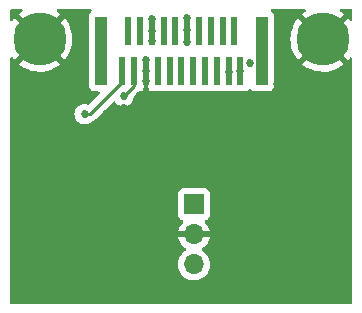
<source format=gbr>
%TF.GenerationSoftware,KiCad,Pcbnew,(6.0.0-0)*%
%TF.CreationDate,2022-03-26T01:05:03-04:00*%
%TF.ProjectId,human_activity,68756d61-6e5f-4616-9374-69766974792e,rev?*%
%TF.SameCoordinates,Original*%
%TF.FileFunction,Copper,L4,Bot*%
%TF.FilePolarity,Positive*%
%FSLAX46Y46*%
G04 Gerber Fmt 4.6, Leading zero omitted, Abs format (unit mm)*
G04 Created by KiCad (PCBNEW (6.0.0-0)) date 2022-03-26 01:05:03*
%MOMM*%
%LPD*%
G01*
G04 APERTURE LIST*
%TA.AperFunction,ComponentPad*%
%ADD10C,4.500000*%
%TD*%
%TA.AperFunction,ComponentPad*%
%ADD11R,1.700000X1.700000*%
%TD*%
%TA.AperFunction,ComponentPad*%
%ADD12O,1.700000X1.700000*%
%TD*%
%TA.AperFunction,SMDPad,CuDef*%
%ADD13R,1.000000X5.850000*%
%TD*%
%TA.AperFunction,SMDPad,CuDef*%
%ADD14R,0.610000X2.410000*%
%TD*%
%TA.AperFunction,ViaPad*%
%ADD15C,0.685800*%
%TD*%
%TA.AperFunction,Conductor*%
%ADD16C,0.254000*%
%TD*%
G04 APERTURE END LIST*
D10*
%TO.P,H1,1,1*%
%TO.N,GND*%
X95000000Y-64000000D03*
%TD*%
%TO.P,H2,1,1*%
%TO.N,GND*%
X119000000Y-64000000D03*
%TD*%
D11*
%TO.P,J1,1,Pin_1*%
%TO.N,Net-(C1-Pad1)*%
X108077000Y-77993000D03*
D12*
%TO.P,J1,2,Pin_2*%
%TO.N,GND*%
X108077000Y-80533000D03*
%TO.P,J1,3,Pin_3*%
%TO.N,/A0*%
X108077000Y-83073000D03*
%TD*%
D13*
%TO.P,J2,*%
%TO.N,*%
X100173500Y-65000000D03*
X113826500Y-65000000D03*
D14*
%TO.P,J2,1,SDA(E)*%
%TO.N,/SDA_EEPROM*%
X101996500Y-66720000D03*
%TO.P,J2,2,SCL(E)*%
%TO.N,/SCL_EEPROM*%
X102996500Y-66720000D03*
%TO.P,J2,3,GND*%
%TO.N,GND*%
X103996500Y-66720000D03*
%TO.P,J2,4,NC*%
%TO.N,unconnected-(J2-Pad4)*%
X104996500Y-66720000D03*
%TO.P,J2,5,~{RST}*%
%TO.N,/~{RST}*%
X105996500Y-66720000D03*
%TO.P,J2,6,SCK*%
%TO.N,/SPI_SCLK*%
X106996500Y-66720000D03*
%TO.P,J2,7,MISO*%
%TO.N,/MISO*%
X107996500Y-66720000D03*
%TO.P,J2,8,MOSI*%
%TO.N,/MOSI*%
X108996500Y-66720000D03*
%TO.P,J2,9,CE*%
%TO.N,/CE*%
X109996500Y-66720000D03*
%TO.P,J2,10,SDA*%
%TO.N,/SDA*%
X110996500Y-66720000D03*
%TO.P,J2,11,SCL*%
%TO.N,/SCL*%
X111996500Y-66720000D03*
%TO.P,J2,12,NC*%
%TO.N,unconnected-(J2-Pad12)*%
X111496500Y-63280000D03*
%TO.P,J2,13,RX*%
%TO.N,/RXD*%
X110496500Y-63280000D03*
%TO.P,J2,14,TX*%
%TO.N,/TXD*%
X109496500Y-63280000D03*
%TO.P,J2,15,STAT*%
%TO.N,/Status*%
X108496500Y-63280000D03*
%TO.P,J2,16,A0*%
%TO.N,/A0*%
X107496500Y-63280000D03*
%TO.P,J2,17,A1*%
%TO.N,/A1*%
X106496500Y-63280000D03*
%TO.P,J2,18,NC*%
%TO.N,unconnected-(J2-Pad18)*%
X105496500Y-63280000D03*
%TO.P,J2,19,3V3*%
%TO.N,/3V3*%
X104496500Y-63280000D03*
%TO.P,J2,20,NC*%
%TO.N,unconnected-(J2-Pad20)*%
X103496500Y-63320000D03*
%TO.P,J2,21,5V*%
%TO.N,/5V*%
X102496500Y-63320000D03*
%TD*%
D15*
%TO.N,GND*%
X115062000Y-67818000D03*
X100584000Y-74676000D03*
X112014000Y-83312000D03*
X100584000Y-71628000D03*
X113030000Y-68834000D03*
X115570000Y-64008000D03*
X96012000Y-73152000D03*
X110236000Y-68834000D03*
X102108000Y-69850000D03*
X110744000Y-74676000D03*
X112014000Y-79248000D03*
X118618000Y-76708000D03*
X118618000Y-74676000D03*
X108966000Y-68834000D03*
X109220000Y-74676000D03*
X116078000Y-79502000D03*
X118618000Y-67056000D03*
X110490000Y-80772000D03*
X107696000Y-68834000D03*
X118618000Y-69342000D03*
X106500000Y-71400000D03*
X107696000Y-74676000D03*
X115062000Y-69342000D03*
X104140000Y-73152000D03*
X118618000Y-71120000D03*
X104013000Y-66675000D03*
X118618000Y-72898000D03*
X115062000Y-74676000D03*
X115062000Y-71120000D03*
X103378000Y-68834000D03*
X106426000Y-68834000D03*
X114554000Y-76708000D03*
X107800000Y-71400000D03*
X104140000Y-71628000D03*
X114554000Y-80772000D03*
X100584000Y-76200000D03*
X104013000Y-67564000D03*
X113284000Y-77978000D03*
X100584000Y-73152000D03*
X97282000Y-73152000D03*
X94742000Y-73152000D03*
X117348000Y-78232000D03*
X115062000Y-72898000D03*
X113284000Y-82042000D03*
X100584000Y-70358000D03*
X112776000Y-66040000D03*
X104013000Y-65786000D03*
%TO.N,/3V3*%
X104495600Y-64185800D03*
X104496500Y-63280000D03*
X104495600Y-62331600D03*
%TO.N,/SDA_EEPROM*%
X98806000Y-70358000D03*
%TO.N,/SDA*%
X110998000Y-66802000D03*
%TO.N,/SCL*%
X111996500Y-66720000D03*
%TO.N,/SCL_EEPROM*%
X102108000Y-68834000D03*
%TO.N,/A0*%
X107442000Y-63246000D03*
X107442000Y-64262000D03*
X107442000Y-62230000D03*
%TD*%
D16*
%TO.N,/SDA_EEPROM*%
X101996500Y-66720000D02*
X101996500Y-67620000D01*
X101996500Y-67620000D02*
X99258500Y-70358000D01*
X99258500Y-70358000D02*
X98806000Y-70358000D01*
%TO.N,/SCL_EEPROM*%
X102996500Y-67945500D02*
X102108000Y-68834000D01*
X102996500Y-66720000D02*
X102996500Y-67945500D01*
%TD*%
%TA.AperFunction,Conductor*%
%TO.N,GND*%
G36*
X93508556Y-61466002D02*
G01*
X93555049Y-61519658D01*
X93565153Y-61589932D01*
X93535659Y-61654512D01*
X93504858Y-61680285D01*
X93450196Y-61712805D01*
X93443945Y-61717053D01*
X93250733Y-61866115D01*
X93242267Y-61877773D01*
X93248871Y-61889661D01*
X94987188Y-63627978D01*
X95001132Y-63635592D01*
X95002965Y-63635461D01*
X95009580Y-63631210D01*
X96750162Y-61890628D01*
X96757174Y-61877787D01*
X96749379Y-61867098D01*
X96579886Y-61733481D01*
X96573663Y-61729156D01*
X96492326Y-61679605D01*
X96444557Y-61627082D01*
X96432767Y-61557071D01*
X96460699Y-61491800D01*
X96519485Y-61451992D01*
X96557879Y-61446000D01*
X99286595Y-61446000D01*
X99354716Y-61466002D01*
X99401209Y-61519658D01*
X99411313Y-61589932D01*
X99381819Y-61654512D01*
X99362163Y-61672824D01*
X99310239Y-61711739D01*
X99222885Y-61828295D01*
X99171755Y-61964684D01*
X99165000Y-62026866D01*
X99165000Y-67973134D01*
X99171755Y-68035316D01*
X99222885Y-68171705D01*
X99310239Y-68288261D01*
X99426795Y-68375615D01*
X99563184Y-68426745D01*
X99625366Y-68433500D01*
X99980078Y-68433500D01*
X100048199Y-68453502D01*
X100094692Y-68507158D01*
X100104796Y-68577432D01*
X100075302Y-68642012D01*
X100069173Y-68648595D01*
X99202648Y-69515120D01*
X99140336Y-69549146D01*
X99075213Y-69545888D01*
X99070546Y-69543810D01*
X98983016Y-69525205D01*
X98901943Y-69507972D01*
X98901939Y-69507972D01*
X98895486Y-69506600D01*
X98716514Y-69506600D01*
X98710061Y-69507972D01*
X98710057Y-69507972D01*
X98628984Y-69525205D01*
X98541454Y-69543810D01*
X98535424Y-69546495D01*
X98535423Y-69546495D01*
X98383985Y-69613919D01*
X98383983Y-69613920D01*
X98377955Y-69616604D01*
X98372614Y-69620484D01*
X98372613Y-69620485D01*
X98283266Y-69685400D01*
X98233164Y-69721801D01*
X98113409Y-69854803D01*
X98023923Y-70009797D01*
X97968618Y-70180009D01*
X97949910Y-70358000D01*
X97968618Y-70535991D01*
X98023923Y-70706203D01*
X98113409Y-70861197D01*
X98117827Y-70866104D01*
X98117828Y-70866105D01*
X98204256Y-70962093D01*
X98233164Y-70994199D01*
X98377955Y-71099396D01*
X98383983Y-71102080D01*
X98383985Y-71102081D01*
X98535423Y-71169505D01*
X98541454Y-71172190D01*
X98628984Y-71190795D01*
X98710057Y-71208028D01*
X98710061Y-71208028D01*
X98716514Y-71209400D01*
X98895486Y-71209400D01*
X98901939Y-71208028D01*
X98901943Y-71208028D01*
X98983016Y-71190795D01*
X99070546Y-71172190D01*
X99076577Y-71169505D01*
X99228015Y-71102081D01*
X99228017Y-71102080D01*
X99234045Y-71099396D01*
X99373854Y-70997818D01*
X99414061Y-70978899D01*
X99417799Y-70978427D01*
X99425172Y-70975508D01*
X99425175Y-70975507D01*
X99459056Y-70962093D01*
X99470285Y-70958248D01*
X99486965Y-70953402D01*
X99512893Y-70945869D01*
X99519720Y-70941831D01*
X99519723Y-70941830D01*
X99530406Y-70935512D01*
X99548164Y-70926812D01*
X99559715Y-70922239D01*
X99559721Y-70922235D01*
X99567088Y-70919319D01*
X99602991Y-70893234D01*
X99612910Y-70886719D01*
X99644268Y-70868174D01*
X99644272Y-70868171D01*
X99651098Y-70864134D01*
X99665482Y-70849750D01*
X99680516Y-70836909D01*
X99690573Y-70829602D01*
X99696987Y-70824942D01*
X99725278Y-70790744D01*
X99733267Y-70781965D01*
X101212413Y-69302819D01*
X101274725Y-69268793D01*
X101345540Y-69273858D01*
X101402376Y-69316405D01*
X101410628Y-69328916D01*
X101412107Y-69331479D01*
X101412110Y-69331484D01*
X101415409Y-69337197D01*
X101535164Y-69470199D01*
X101540506Y-69474080D01*
X101540508Y-69474082D01*
X101640176Y-69546495D01*
X101679955Y-69575396D01*
X101685983Y-69578080D01*
X101685985Y-69578081D01*
X101772510Y-69616604D01*
X101843454Y-69648190D01*
X101930984Y-69666795D01*
X102012057Y-69684028D01*
X102012061Y-69684028D01*
X102018514Y-69685400D01*
X102197486Y-69685400D01*
X102203939Y-69684028D01*
X102203943Y-69684028D01*
X102285016Y-69666795D01*
X102372546Y-69648190D01*
X102443490Y-69616604D01*
X102530015Y-69578081D01*
X102530017Y-69578080D01*
X102536045Y-69575396D01*
X102575824Y-69546495D01*
X102675492Y-69474082D01*
X102675494Y-69474080D01*
X102680836Y-69470199D01*
X102800591Y-69337197D01*
X102890077Y-69182203D01*
X102945382Y-69011991D01*
X102954418Y-68926024D01*
X102981432Y-68860367D01*
X102990633Y-68850100D01*
X103389983Y-68450750D01*
X103398305Y-68443176D01*
X103404803Y-68439053D01*
X103408610Y-68434999D01*
X103443142Y-68415001D01*
X103445146Y-68414250D01*
X103452980Y-68411313D01*
X103523786Y-68406128D01*
X103541441Y-68411312D01*
X103573894Y-68423478D01*
X103589149Y-68427105D01*
X103640014Y-68432631D01*
X103646828Y-68433000D01*
X103724385Y-68433000D01*
X103739624Y-68428525D01*
X103740829Y-68427135D01*
X103742500Y-68419452D01*
X103742500Y-68218852D01*
X103754347Y-68172542D01*
X103752115Y-68171705D01*
X103800471Y-68042715D01*
X103803245Y-68035316D01*
X103810000Y-67973134D01*
X103810000Y-66592000D01*
X103830002Y-66523879D01*
X103883658Y-66477386D01*
X103936000Y-66466000D01*
X104057000Y-66466000D01*
X104125121Y-66486002D01*
X104171614Y-66539658D01*
X104183000Y-66592000D01*
X104183000Y-67973134D01*
X104189755Y-68035316D01*
X104192529Y-68042715D01*
X104240885Y-68171705D01*
X104238653Y-68172542D01*
X104250500Y-68218852D01*
X104250500Y-68414884D01*
X104254975Y-68430123D01*
X104256365Y-68431328D01*
X104264048Y-68432999D01*
X104346169Y-68432999D01*
X104352990Y-68432629D01*
X104403852Y-68427105D01*
X104419107Y-68423478D01*
X104451557Y-68411313D01*
X104522364Y-68406129D01*
X104540019Y-68411313D01*
X104573781Y-68423970D01*
X104573783Y-68423970D01*
X104581184Y-68426745D01*
X104643366Y-68433500D01*
X105349634Y-68433500D01*
X105411816Y-68426745D01*
X105452271Y-68411579D01*
X105523076Y-68406396D01*
X105540723Y-68411577D01*
X105581184Y-68426745D01*
X105643366Y-68433500D01*
X106349634Y-68433500D01*
X106411816Y-68426745D01*
X106452271Y-68411579D01*
X106523076Y-68406396D01*
X106540723Y-68411577D01*
X106581184Y-68426745D01*
X106643366Y-68433500D01*
X107349634Y-68433500D01*
X107411816Y-68426745D01*
X107452271Y-68411579D01*
X107523076Y-68406396D01*
X107540723Y-68411577D01*
X107581184Y-68426745D01*
X107643366Y-68433500D01*
X108349634Y-68433500D01*
X108411816Y-68426745D01*
X108452271Y-68411579D01*
X108523076Y-68406396D01*
X108540723Y-68411577D01*
X108581184Y-68426745D01*
X108643366Y-68433500D01*
X109349634Y-68433500D01*
X109411816Y-68426745D01*
X109452271Y-68411579D01*
X109523076Y-68406396D01*
X109540723Y-68411577D01*
X109581184Y-68426745D01*
X109643366Y-68433500D01*
X110349634Y-68433500D01*
X110411816Y-68426745D01*
X110452271Y-68411579D01*
X110523076Y-68406396D01*
X110540723Y-68411577D01*
X110581184Y-68426745D01*
X110643366Y-68433500D01*
X111349634Y-68433500D01*
X111411816Y-68426745D01*
X111452271Y-68411579D01*
X111523076Y-68406396D01*
X111540723Y-68411577D01*
X111581184Y-68426745D01*
X111643366Y-68433500D01*
X112349634Y-68433500D01*
X112411816Y-68426745D01*
X112548205Y-68375615D01*
X112664761Y-68288261D01*
X112713174Y-68223664D01*
X112770033Y-68181149D01*
X112840852Y-68176123D01*
X112903145Y-68210183D01*
X112914826Y-68223664D01*
X112963239Y-68288261D01*
X113079795Y-68375615D01*
X113216184Y-68426745D01*
X113278366Y-68433500D01*
X114374634Y-68433500D01*
X114436816Y-68426745D01*
X114573205Y-68375615D01*
X114689761Y-68288261D01*
X114777115Y-68171705D01*
X114828245Y-68035316D01*
X114835000Y-67973134D01*
X114835000Y-66121982D01*
X117243142Y-66121982D01*
X117250668Y-66132415D01*
X117396463Y-66249848D01*
X117402648Y-66254244D01*
X117678363Y-66426195D01*
X117685034Y-66429817D01*
X117979414Y-66567402D01*
X117986468Y-66570195D01*
X118295257Y-66671420D01*
X118302570Y-66673339D01*
X118621298Y-66736738D01*
X118628789Y-66737764D01*
X118952823Y-66762413D01*
X118960386Y-66762531D01*
X119285021Y-66748074D01*
X119292562Y-66747282D01*
X119613115Y-66693926D01*
X119620479Y-66692240D01*
X119932315Y-66600757D01*
X119939424Y-66598198D01*
X120238003Y-66469919D01*
X120244770Y-66466515D01*
X120525764Y-66303301D01*
X120532071Y-66299111D01*
X120750005Y-66134588D01*
X120758461Y-66123197D01*
X120751743Y-66110953D01*
X119012812Y-64372022D01*
X118998868Y-64364408D01*
X118997035Y-64364539D01*
X118990420Y-64368790D01*
X117250257Y-66108953D01*
X117243142Y-66121982D01*
X114835000Y-66121982D01*
X114835000Y-63974858D01*
X116237299Y-63974858D01*
X116253456Y-64299410D01*
X116254287Y-64306939D01*
X116309318Y-64627198D01*
X116311051Y-64634585D01*
X116404156Y-64945909D01*
X116406759Y-64953022D01*
X116536595Y-65250913D01*
X116540037Y-65257669D01*
X116704720Y-65537803D01*
X116708943Y-65544088D01*
X116865792Y-65749608D01*
X116877316Y-65758069D01*
X116889382Y-65751408D01*
X118627978Y-64012812D01*
X118635592Y-63998868D01*
X118635461Y-63997035D01*
X118631210Y-63990420D01*
X116890864Y-62250074D01*
X116877929Y-62243011D01*
X116867367Y-62250671D01*
X116741785Y-62408268D01*
X116737428Y-62414467D01*
X116566913Y-62691094D01*
X116563333Y-62697770D01*
X116427287Y-62992878D01*
X116424537Y-62999929D01*
X116324927Y-63309251D01*
X116323044Y-63316584D01*
X116261316Y-63635632D01*
X116260329Y-63643132D01*
X116237378Y-63967277D01*
X116237299Y-63974858D01*
X114835000Y-63974858D01*
X114835000Y-62026866D01*
X114828245Y-61964684D01*
X114777115Y-61828295D01*
X114689761Y-61711739D01*
X114637838Y-61672825D01*
X114595325Y-61615966D01*
X114590300Y-61545148D01*
X114624359Y-61482855D01*
X114686691Y-61448865D01*
X114713405Y-61446000D01*
X117440435Y-61446000D01*
X117508556Y-61466002D01*
X117555049Y-61519658D01*
X117565153Y-61589932D01*
X117535659Y-61654512D01*
X117504858Y-61680285D01*
X117450196Y-61712805D01*
X117443945Y-61717053D01*
X117250733Y-61866115D01*
X117242267Y-61877773D01*
X117248871Y-61889661D01*
X118987188Y-63627978D01*
X119001132Y-63635592D01*
X119002965Y-63635461D01*
X119009580Y-63631210D01*
X120750162Y-61890628D01*
X120757174Y-61877787D01*
X120749379Y-61867098D01*
X120579886Y-61733481D01*
X120573663Y-61729156D01*
X120492326Y-61679605D01*
X120444557Y-61627082D01*
X120432767Y-61557071D01*
X120460699Y-61491800D01*
X120519485Y-61451992D01*
X120557879Y-61446000D01*
X121361000Y-61446000D01*
X121429121Y-61466002D01*
X121475614Y-61519658D01*
X121487000Y-61572000D01*
X121487000Y-62337698D01*
X121466998Y-62405819D01*
X121413342Y-62452312D01*
X121343068Y-62462416D01*
X121278488Y-62432922D01*
X121261643Y-62415184D01*
X121133617Y-62251022D01*
X121121823Y-62242551D01*
X121110113Y-62249097D01*
X119372022Y-63987188D01*
X119364408Y-64001132D01*
X119364539Y-64002965D01*
X119368790Y-64009580D01*
X121108825Y-65749615D01*
X121121948Y-65756781D01*
X121132250Y-65749391D01*
X121241429Y-65615285D01*
X121245838Y-65609149D01*
X121254437Y-65595520D01*
X121307703Y-65548581D01*
X121377891Y-65537891D01*
X121442715Y-65566844D01*
X121481596Y-65626248D01*
X121487000Y-65662754D01*
X121487000Y-86304000D01*
X121466998Y-86372121D01*
X121413342Y-86418614D01*
X121361000Y-86430000D01*
X92629000Y-86430000D01*
X92560879Y-86409998D01*
X92514386Y-86356342D01*
X92503000Y-86304000D01*
X92503000Y-83039695D01*
X106714251Y-83039695D01*
X106714548Y-83044848D01*
X106714548Y-83044851D01*
X106720011Y-83139590D01*
X106727110Y-83262715D01*
X106728247Y-83267761D01*
X106728248Y-83267767D01*
X106748119Y-83355939D01*
X106776222Y-83480639D01*
X106860266Y-83687616D01*
X106976987Y-83878088D01*
X107123250Y-84046938D01*
X107295126Y-84189632D01*
X107488000Y-84302338D01*
X107696692Y-84382030D01*
X107701760Y-84383061D01*
X107701763Y-84383062D01*
X107809017Y-84404883D01*
X107915597Y-84426567D01*
X107920772Y-84426757D01*
X107920774Y-84426757D01*
X108133673Y-84434564D01*
X108133677Y-84434564D01*
X108138837Y-84434753D01*
X108143957Y-84434097D01*
X108143959Y-84434097D01*
X108355288Y-84407025D01*
X108355289Y-84407025D01*
X108360416Y-84406368D01*
X108365366Y-84404883D01*
X108569429Y-84343661D01*
X108569434Y-84343659D01*
X108574384Y-84342174D01*
X108774994Y-84243896D01*
X108956860Y-84114173D01*
X109115096Y-83956489D01*
X109174594Y-83873689D01*
X109242435Y-83779277D01*
X109245453Y-83775077D01*
X109344430Y-83574811D01*
X109409370Y-83361069D01*
X109438529Y-83139590D01*
X109440156Y-83073000D01*
X109421852Y-82850361D01*
X109367431Y-82633702D01*
X109278354Y-82428840D01*
X109157014Y-82241277D01*
X109006670Y-82076051D01*
X109002619Y-82072852D01*
X109002615Y-82072848D01*
X108835414Y-81940800D01*
X108835410Y-81940798D01*
X108831359Y-81937598D01*
X108789569Y-81914529D01*
X108739598Y-81864097D01*
X108724826Y-81794654D01*
X108749942Y-81728248D01*
X108777294Y-81701641D01*
X108952328Y-81576792D01*
X108960200Y-81570139D01*
X109111052Y-81419812D01*
X109117730Y-81411965D01*
X109242003Y-81239020D01*
X109247313Y-81230183D01*
X109341670Y-81039267D01*
X109345469Y-81029672D01*
X109407377Y-80825910D01*
X109409555Y-80815837D01*
X109410986Y-80804962D01*
X109408775Y-80790778D01*
X109395617Y-80787000D01*
X106760225Y-80787000D01*
X106746694Y-80790973D01*
X106745257Y-80800966D01*
X106775565Y-80935446D01*
X106778645Y-80945275D01*
X106858770Y-81142603D01*
X106863413Y-81151794D01*
X106974694Y-81333388D01*
X106980777Y-81341699D01*
X107120213Y-81502667D01*
X107127580Y-81509883D01*
X107291434Y-81645916D01*
X107299881Y-81651831D01*
X107368969Y-81692203D01*
X107417693Y-81743842D01*
X107430764Y-81813625D01*
X107404033Y-81879396D01*
X107363584Y-81912752D01*
X107350607Y-81919507D01*
X107346474Y-81922610D01*
X107346471Y-81922612D01*
X107322247Y-81940800D01*
X107171965Y-82053635D01*
X107017629Y-82215138D01*
X106891743Y-82399680D01*
X106797688Y-82602305D01*
X106737989Y-82817570D01*
X106714251Y-83039695D01*
X92503000Y-83039695D01*
X92503000Y-78891134D01*
X106718500Y-78891134D01*
X106725255Y-78953316D01*
X106776385Y-79089705D01*
X106863739Y-79206261D01*
X106980295Y-79293615D01*
X106988704Y-79296767D01*
X106988705Y-79296768D01*
X107097960Y-79337726D01*
X107154725Y-79380367D01*
X107179425Y-79446929D01*
X107164218Y-79516278D01*
X107144825Y-79542759D01*
X107021590Y-79671717D01*
X107015104Y-79679727D01*
X106895098Y-79855649D01*
X106890000Y-79864623D01*
X106800338Y-80057783D01*
X106796775Y-80067470D01*
X106741389Y-80267183D01*
X106742912Y-80275607D01*
X106755292Y-80279000D01*
X109395344Y-80279000D01*
X109408875Y-80275027D01*
X109410180Y-80265947D01*
X109368214Y-80098875D01*
X109364894Y-80089124D01*
X109279972Y-79893814D01*
X109275105Y-79884739D01*
X109159426Y-79705926D01*
X109153136Y-79697757D01*
X109009293Y-79539677D01*
X108978241Y-79475831D01*
X108986635Y-79405333D01*
X109031812Y-79350564D01*
X109058256Y-79336895D01*
X109165297Y-79296767D01*
X109173705Y-79293615D01*
X109290261Y-79206261D01*
X109377615Y-79089705D01*
X109428745Y-78953316D01*
X109435500Y-78891134D01*
X109435500Y-77094866D01*
X109428745Y-77032684D01*
X109377615Y-76896295D01*
X109290261Y-76779739D01*
X109173705Y-76692385D01*
X109037316Y-76641255D01*
X108975134Y-76634500D01*
X107178866Y-76634500D01*
X107116684Y-76641255D01*
X106980295Y-76692385D01*
X106863739Y-76779739D01*
X106776385Y-76896295D01*
X106725255Y-77032684D01*
X106718500Y-77094866D01*
X106718500Y-78891134D01*
X92503000Y-78891134D01*
X92503000Y-66121982D01*
X93243142Y-66121982D01*
X93250668Y-66132415D01*
X93396463Y-66249848D01*
X93402648Y-66254244D01*
X93678363Y-66426195D01*
X93685034Y-66429817D01*
X93979414Y-66567402D01*
X93986468Y-66570195D01*
X94295257Y-66671420D01*
X94302570Y-66673339D01*
X94621298Y-66736738D01*
X94628789Y-66737764D01*
X94952823Y-66762413D01*
X94960386Y-66762531D01*
X95285021Y-66748074D01*
X95292562Y-66747282D01*
X95613115Y-66693926D01*
X95620479Y-66692240D01*
X95932315Y-66600757D01*
X95939424Y-66598198D01*
X96238003Y-66469919D01*
X96244770Y-66466515D01*
X96525764Y-66303301D01*
X96532071Y-66299111D01*
X96750005Y-66134588D01*
X96758461Y-66123197D01*
X96751743Y-66110953D01*
X95012812Y-64372022D01*
X94998868Y-64364408D01*
X94997035Y-64364539D01*
X94990420Y-64368790D01*
X93250257Y-66108953D01*
X93243142Y-66121982D01*
X92503000Y-66121982D01*
X92503000Y-65647024D01*
X92523002Y-65578903D01*
X92576658Y-65532410D01*
X92646932Y-65522306D01*
X92711512Y-65551800D01*
X92729163Y-65570582D01*
X92865792Y-65749608D01*
X92877316Y-65758069D01*
X92889382Y-65751408D01*
X94627978Y-64012812D01*
X94634356Y-64001132D01*
X95364408Y-64001132D01*
X95364539Y-64002965D01*
X95368790Y-64009580D01*
X97108825Y-65749615D01*
X97121948Y-65756781D01*
X97132250Y-65749391D01*
X97241429Y-65615285D01*
X97245842Y-65609144D01*
X97419248Y-65334312D01*
X97422895Y-65327677D01*
X97562025Y-65034011D01*
X97564850Y-65026984D01*
X97667696Y-64718715D01*
X97669650Y-64711424D01*
X97734716Y-64393033D01*
X97735784Y-64385529D01*
X97762253Y-64060100D01*
X97762458Y-64055625D01*
X97763018Y-64002221D01*
X97762908Y-63997789D01*
X97743257Y-63671835D01*
X97742349Y-63664333D01*
X97683967Y-63344663D01*
X97682154Y-63337284D01*
X97585797Y-63026966D01*
X97583116Y-63019869D01*
X97450172Y-62723363D01*
X97446655Y-62716636D01*
X97279054Y-62438252D01*
X97274757Y-62431999D01*
X97133617Y-62251022D01*
X97121823Y-62242551D01*
X97110113Y-62249097D01*
X95372022Y-63987188D01*
X95364408Y-64001132D01*
X94634356Y-64001132D01*
X94635592Y-63998868D01*
X94635461Y-63997035D01*
X94631210Y-63990420D01*
X92890864Y-62250074D01*
X92877929Y-62243011D01*
X92867367Y-62250671D01*
X92741785Y-62408268D01*
X92737427Y-62414469D01*
X92736261Y-62416360D01*
X92735816Y-62416760D01*
X92735245Y-62417573D01*
X92735059Y-62417442D01*
X92683489Y-62463855D01*
X92613418Y-62475279D01*
X92548294Y-62447006D01*
X92508793Y-62388012D01*
X92503000Y-62350246D01*
X92503000Y-61572000D01*
X92523002Y-61503879D01*
X92576658Y-61457386D01*
X92629000Y-61446000D01*
X93440435Y-61446000D01*
X93508556Y-61466002D01*
G37*
%TD.AperFunction*%
%TD*%
M02*

</source>
